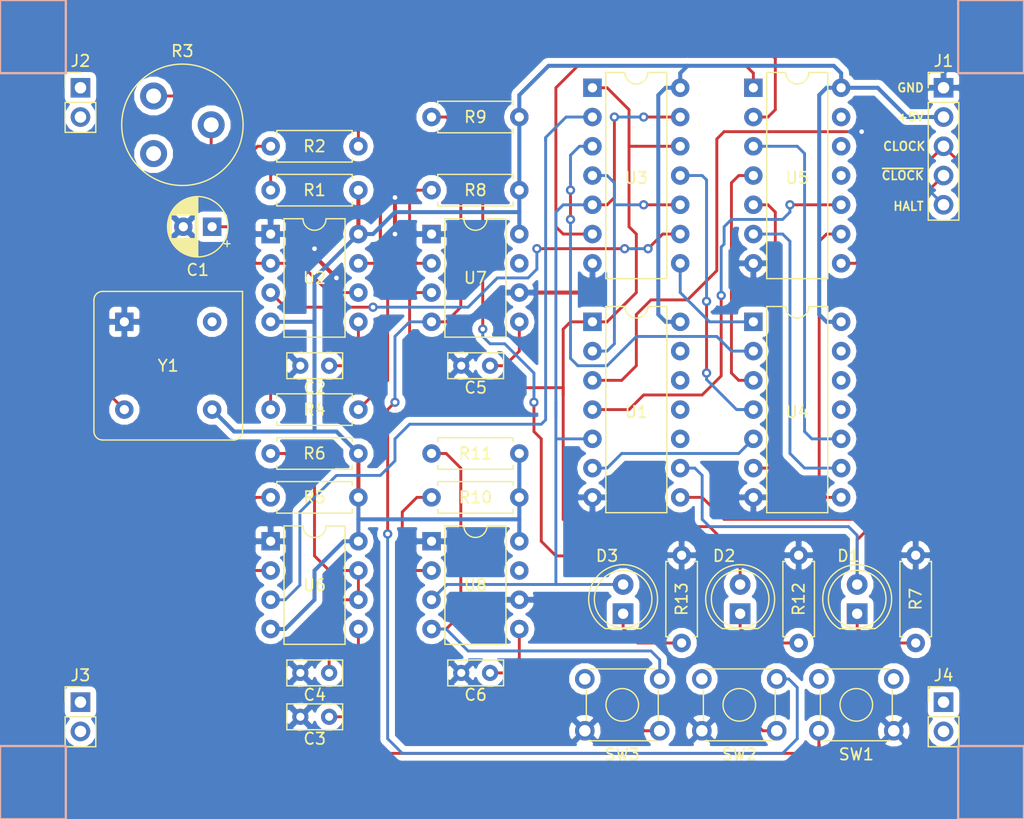
<source format=kicad_pcb>
(kicad_pcb (version 20171130) (host pcbnew 5.0.2+dfsg1-1)
  (layers (0 F.Cu signal) (31 B.Cu signal) (34 B.Paste user hide) (35 F.Paste user hide) (36 B.SilkS user hide) (37 F.SilkS user) (38 B.Mask user hide) (39 F.Mask user hide) (44 Edge.Cuts user hide))
  (net 0 "")
  (net 1 "Net-(D3-Pad1)")
  (net 2 GND)
  (net 3 "Net-(D1-Pad1)")
  (net 4 "Net-(R3-Pad1)")
  (net 5 "Net-(R1-Pad1)")
  (net 6 "Net-(R2-Pad2)")
  (net 7 "Net-(C1-Pad1)")
  (net 8 +5V)
  (net 9 "Net-(C4-Pad1)")
  (net 10 "Net-(D2-Pad1)")
  (net 11 "Net-(R9-Pad1)")
  (net 12 "Net-(R10-Pad1)")
  (net 13 "Net-(R11-Pad1)")
  (net 14 "Net-(C6-Pad1)")
  (net 15 CLK_TURBO_EN)
  (net 16 "Net-(U8-Pad7)")
  (net 17 CLK_VAR)
  (net 18 "Net-(C2-Pad1)")
  (net 19 "Net-(C3-Pad1)")
  (net 20 CLK_MAN)
  (net 21 "Net-(U7-Pad7)")
  (net 22 CLK_MAN_EN)
  (net 23 "Net-(C5-Pad1)")
  (net 24 "Net-(U3-Pad8)")
  (net 25 "Net-(U4-Pad8)")
  (net 26 "Net-(U3-Pad3)")
  (net 27 "Net-(U4-Pad9)")
  (net 28 "Net-(U4-Pad3)")
  (net 29 "Net-(U4-Pad10)")
  (net 30 "Net-(U3-Pad11)")
  (net 31 "Net-(U1-Pad6)")
  (net 32 "Net-(U4-Pad6)")
  (net 33 "Net-(U1-Pad4)")
  (net 34 CLK_HLT)
  (net 35 CLOCK)
  (net 36 "Net-(U1-Pad2)")
  (net 37 ~CLOCK)
  (net 38 "Net-(U3-Pad6)")
  (net 39 CLK_TURBO)
  (net 40 "Net-(R5-Pad1)")
  (net 41 "Net-(R8-Pad1)")
  (net 42 "Net-(R3-Pad2)")
  (net 43 "Net-(J4-Pad1)")
  (net 44 "Net-(J4-Pad2)")
  (net 45 "Net-(J3-Pad2)")
  (net 46 "Net-(J3-Pad1)")
  (net 47 "Net-(J2-Pad1)")
  (net 48 "Net-(J2-Pad2)")
  (module Connector_PinHeader_2.54mm:PinHeader_1x02_P2.54mm_Vertical (layer F.Cu) (at 29.21 77.47)
    (fp_text reference J3 (at 0 -2.33) (layer F.SilkS))
    (fp_text value Conn_01x02_Male)
    (pad 2 thru_hole oval (at 0 2.54) (size 1.7 1.7) (drill 1) (layers *.Cu *.Mask) (net 45 "Net-(J3-Pad2)"))
    (pad 1 thru_hole rect (at 0 0) (size 1.7 1.7) (drill 1) (layers *.Cu *.Mask) (net 46 "Net-(J3-Pad1)"))
  )
  (module Connector_PinHeader_2.54mm:PinHeader_1x02_P2.54mm_Vertical (layer F.Cu) (at 29.21 24.13)
    (fp_text reference J2 (at 0 -2.33) (layer F.SilkS))
    (fp_text value Conn_01x02_Male)
    (pad 1 thru_hole rect (at 0 0) (size 1.7 1.7) (drill 1) (layers *.Cu *.Mask) (net 47 "Net-(J2-Pad1)"))
    (pad 2 thru_hole oval (at 0 2.54) (size 1.7 1.7) (drill 1) (layers *.Cu *.Mask) (net 48 "Net-(J2-Pad2)"))
  )
  (module Connector_PinHeader_2.54mm:PinHeader_1x02_P2.54mm_Vertical (layer F.Cu) (at 104.14 77.47)
    (fp_text reference J4 (at 0 -2.33) (layer F.SilkS))
    (fp_text value Conn_01x02_Male)
    (pad 1 thru_hole rect (at 0 0) (size 1.7 1.7) (drill 1) (layers *.Cu *.Mask) (net 43 "Net-(J4-Pad1)"))
    (pad 2 thru_hole oval (at 0 2.54) (size 1.7 1.7) (drill 1) (layers *.Cu *.Mask) (net 44 "Net-(J4-Pad2)"))
  )
  (module Package_DIP:DIP-14_W7.62mm (layer F.Cu) (at 73.66 24.13)
    (fp_text reference U3 (at 3.81 7.83) (layer F.SilkS))
    (fp_text value 74x08)
    (pad 14 thru_hole oval (at 7.62 0) (size 1.6 1.6) (drill 0.8) (layers *.Cu *.Mask) (net 8 +5V))
    (pad 7 thru_hole oval (at 0 15.24) (size 1.6 1.6) (drill 0.8) (layers *.Cu *.Mask) (net 2 GND))
    (pad 13 thru_hole oval (at 7.62 2.54) (size 1.6 1.6) (drill 0.8) (layers *.Cu *.Mask) (net 15 CLK_TURBO_EN))
    (pad 6 thru_hole oval (at 0 12.7) (size 1.6 1.6) (drill 0.8) (layers *.Cu *.Mask) (net 38 "Net-(U3-Pad6)"))
    (pad 12 thru_hole oval (at 7.62 5.08) (size 1.6 1.6) (drill 0.8) (layers *.Cu *.Mask) (net 22 CLK_MAN_EN))
    (pad 5 thru_hole oval (at 0 10.16) (size 1.6 1.6) (drill 0.8) (layers *.Cu *.Mask) (net 15 CLK_TURBO_EN))
    (pad 11 thru_hole oval (at 7.62 7.62) (size 1.6 1.6) (drill 0.8) (layers *.Cu *.Mask) (net 30 "Net-(U3-Pad11)"))
    (pad 4 thru_hole oval (at 0 7.62) (size 1.6 1.6) (drill 0.8) (layers *.Cu *.Mask) (net 36 "Net-(U1-Pad2)"))
    (pad 10 thru_hole oval (at 7.62 10.16) (size 1.6 1.6) (drill 0.8) (layers *.Cu *.Mask) (net 36 "Net-(U1-Pad2)"))
    (pad 3 thru_hole oval (at 0 5.08) (size 1.6 1.6) (drill 0.8) (layers *.Cu *.Mask) (net 26 "Net-(U3-Pad3)"))
    (pad 9 thru_hole oval (at 7.62 12.7) (size 1.6 1.6) (drill 0.8) (layers *.Cu *.Mask) (net 17 CLK_VAR))
    (pad 2 thru_hole oval (at 0 2.54) (size 1.6 1.6) (drill 0.8) (layers *.Cu *.Mask) (net 20 CLK_MAN))
    (pad 8 thru_hole oval (at 7.62 15.24) (size 1.6 1.6) (drill 0.8) (layers *.Cu *.Mask) (net 24 "Net-(U3-Pad8)"))
    (pad 1 thru_hole rect (at 0 0) (size 1.6 1.6) (drill 0.8) (layers *.Cu *.Mask) (net 22 CLK_MAN_EN))
  )
  (module Potentiometer_THT:Potentiometer_Piher_PT-10-V05_Vertical (layer F.Cu) (at 35.56 29.845)
    (fp_text reference R3 (at 2.5 -8.9) (layer F.SilkS))
    (fp_text value 1M)
    (pad 3 thru_hole circle (at 0 -5) (size 2.34 2.34) (drill 1.3) (layers *.Cu *.Mask) (net 6 "Net-(R2-Pad2)"))
    (pad 2 thru_hole circle (at 5 -2.5) (size 2.34 2.34) (drill 1.3) (layers *.Cu *.Mask) (net 42 "Net-(R3-Pad2)"))
    (pad 1 thru_hole circle (at 0 0) (size 2.34 2.34) (drill 1.3) (layers *.Cu *.Mask) (net 4 "Net-(R3-Pad1)"))
  )
  (module Resistor_THT:R_Axial_DIN0207_L6.3mm_D2.5mm_P7.62mm_Horizontal (layer F.Cu) (at 59.69 33.02)
    (fp_text reference R8 (at 3.81 0) (layer F.SilkS))
    (fp_text value 1K)
    (pad 1 thru_hole circle (at 0 0) (size 1.6 1.6) (drill 0.8) (layers *.Cu *.Mask) (net 41 "Net-(R8-Pad1)"))
    (pad 2 thru_hole oval (at 7.62 0) (size 1.6 1.6) (drill 0.8) (layers *.Cu *.Mask) (net 8 +5V))
  )
  (module Package_DIP:DIP-8_W7.62mm (layer F.Cu) (at 45.72 36.83)
    (fp_text reference U2 (at 3.81 3.81) (layer F.SilkS))
    (fp_text value 555)
    (pad 8 thru_hole oval (at 7.62 0) (size 1.6 1.6) (drill 0.8) (layers *.Cu *.Mask) (net 8 +5V))
    (pad 4 thru_hole oval (at 0 7.62) (size 1.6 1.6) (drill 0.8) (layers *.Cu *.Mask) (net 8 +5V))
    (pad 7 thru_hole oval (at 7.62 2.54) (size 1.6 1.6) (drill 0.8) (layers *.Cu *.Mask) (net 5 "Net-(R1-Pad1)"))
    (pad 3 thru_hole oval (at 0 5.08) (size 1.6 1.6) (drill 0.8) (layers *.Cu *.Mask) (net 17 CLK_VAR))
    (pad 6 thru_hole oval (at 7.62 5.08) (size 1.6 1.6) (drill 0.8) (layers *.Cu *.Mask) (net 7 "Net-(C1-Pad1)"))
    (pad 2 thru_hole oval (at 0 2.54) (size 1.6 1.6) (drill 0.8) (layers *.Cu *.Mask) (net 7 "Net-(C1-Pad1)"))
    (pad 5 thru_hole oval (at 7.62 7.62) (size 1.6 1.6) (drill 0.8) (layers *.Cu *.Mask) (net 18 "Net-(C2-Pad1)"))
    (pad 1 thru_hole rect (at 0 0) (size 1.6 1.6) (drill 0.8) (layers *.Cu *.Mask) (net 2 GND))
  )
  (module LED_THT:LED_D5.0mm (layer F.Cu) (at 76.322448 69.792384 90)
    (fp_text reference D3 (at 5.022384 -1.392448 180) (layer F.SilkS))
    (fp_text value LED)
    (pad 1 thru_hole rect (at 0 0 90) (size 1.8 1.8) (drill 0.9) (layers *.Cu *.Mask) (net 1 "Net-(D3-Pad1)"))
    (pad 2 thru_hole circle (at 2.54 0 90) (size 1.8 1.8) (drill 0.9) (layers *.Cu *.Mask) (net 15 CLK_TURBO_EN))
  )
  (module Resistor_THT:R_Axial_DIN0207_L6.3mm_D2.5mm_P7.62mm_Horizontal (layer F.Cu) (at 81.402448 72.332384 90)
    (fp_text reference R13 (at 3.81 0 90) (layer F.SilkS))
    (fp_text value 330)
    (pad 1 thru_hole circle (at 0 0 90) (size 1.6 1.6) (drill 0.8) (layers *.Cu *.Mask) (net 1 "Net-(D3-Pad1)"))
    (pad 2 thru_hole oval (at 7.62 0 90) (size 1.6 1.6) (drill 0.8) (layers *.Cu *.Mask) (net 2 GND))
  )
  (module Resistor_THT:R_Axial_DIN0207_L6.3mm_D2.5mm_P7.62mm_Horizontal (layer F.Cu) (at 91.562448 72.332384 90)
    (fp_text reference R12 (at 3.81 0 -90) (layer F.SilkS))
    (fp_text value 330)
    (pad 1 thru_hole circle (at 0 0 90) (size 1.6 1.6) (drill 0.8) (layers *.Cu *.Mask) (net 10 "Net-(D2-Pad1)"))
    (pad 2 thru_hole oval (at 7.62 0 90) (size 1.6 1.6) (drill 0.8) (layers *.Cu *.Mask) (net 2 GND))
  )
  (module Resistor_THT:R_Axial_DIN0207_L6.3mm_D2.5mm_P7.62mm_Horizontal (layer F.Cu) (at 59.69 55.88)
    (fp_text reference R11 (at 3.81 0) (layer F.SilkS))
    (fp_text value 1K)
    (pad 2 thru_hole oval (at 7.62 0) (size 1.6 1.6) (drill 0.8) (layers *.Cu *.Mask) (net 8 +5V))
    (pad 1 thru_hole circle (at 0 0) (size 1.6 1.6) (drill 0.8) (layers *.Cu *.Mask) (net 13 "Net-(R11-Pad1)"))
  )
  (module Resistor_THT:R_Axial_DIN0207_L6.3mm_D2.5mm_P7.62mm_Horizontal (layer F.Cu) (at 59.69 59.69)
    (fp_text reference R10 (at 3.81 0) (layer F.SilkS))
    (fp_text value 1K)
    (pad 1 thru_hole circle (at 0 0) (size 1.6 1.6) (drill 0.8) (layers *.Cu *.Mask) (net 12 "Net-(R10-Pad1)"))
    (pad 2 thru_hole oval (at 7.62 0) (size 1.6 1.6) (drill 0.8) (layers *.Cu *.Mask) (net 8 +5V))
  )
  (module Resistor_THT:R_Axial_DIN0207_L6.3mm_D2.5mm_P7.62mm_Horizontal (layer F.Cu) (at 59.69 26.67)
    (fp_text reference R9 (at 3.81 0) (layer F.SilkS))
    (fp_text value 1K)
    (pad 2 thru_hole oval (at 7.62 0) (size 1.6 1.6) (drill 0.8) (layers *.Cu *.Mask) (net 8 +5V))
    (pad 1 thru_hole circle (at 0 0) (size 1.6 1.6) (drill 0.8) (layers *.Cu *.Mask) (net 11 "Net-(R9-Pad1)"))
  )
  (module Resistor_THT:R_Axial_DIN0207_L6.3mm_D2.5mm_P7.62mm_Horizontal (layer F.Cu) (at 101.722448 72.332384 90)
    (fp_text reference R7 (at 3.81 0 90) (layer F.SilkS))
    (fp_text value 330)
    (pad 2 thru_hole oval (at 7.62 0 90) (size 1.6 1.6) (drill 0.8) (layers *.Cu *.Mask) (net 2 GND))
    (pad 1 thru_hole circle (at 0 0 90) (size 1.6 1.6) (drill 0.8) (layers *.Cu *.Mask) (net 3 "Net-(D1-Pad1)"))
  )
  (module Resistor_THT:R_Axial_DIN0207_L6.3mm_D2.5mm_P7.62mm_Horizontal (layer F.Cu) (at 53.34 55.88 180)
    (fp_text reference R6 (at 3.81 0 180) (layer F.SilkS))
    (fp_text value 1M)
    (pad 1 thru_hole circle (at 0 0 180) (size 1.6 1.6) (drill 0.8) (layers *.Cu *.Mask) (net 8 +5V))
    (pad 2 thru_hole oval (at 7.62 0 180) (size 1.6 1.6) (drill 0.8) (layers *.Cu *.Mask) (net 9 "Net-(C4-Pad1)"))
  )
  (module Resistor_THT:R_Axial_DIN0207_L6.3mm_D2.5mm_P7.62mm_Horizontal (layer F.Cu) (at 45.72 33.02)
    (fp_text reference R1 (at 3.81 0) (layer F.SilkS))
    (fp_text value 1K)
    (pad 2 thru_hole oval (at 7.62 0) (size 1.6 1.6) (drill 0.8) (layers *.Cu *.Mask) (net 8 +5V))
    (pad 1 thru_hole circle (at 0 0) (size 1.6 1.6) (drill 0.8) (layers *.Cu *.Mask) (net 5 "Net-(R1-Pad1)"))
  )
  (module Resistor_THT:R_Axial_DIN0207_L6.3mm_D2.5mm_P7.62mm_Horizontal (layer F.Cu) (at 45.72 29.21)
    (fp_text reference R2 (at 3.81 0) (layer F.SilkS))
    (fp_text value 47K)
    (pad 1 thru_hole circle (at 0 0) (size 1.6 1.6) (drill 0.8) (layers *.Cu *.Mask) (net 7 "Net-(C1-Pad1)"))
    (pad 2 thru_hole oval (at 7.62 0) (size 1.6 1.6) (drill 0.8) (layers *.Cu *.Mask) (net 6 "Net-(R2-Pad2)"))
  )
  (module Resistor_THT:R_Axial_DIN0207_L6.3mm_D2.5mm_P7.62mm_Horizontal (layer F.Cu) (at 53.34 52.07 180)
    (fp_text reference R4 (at 3.81 0 180) (layer F.SilkS))
    (fp_text value 1K)
    (pad 2 thru_hole oval (at 7.62 0 180) (size 1.6 1.6) (drill 0.8) (layers *.Cu *.Mask) (net 42 "Net-(R3-Pad2)"))
    (pad 1 thru_hole circle (at 0 0 180) (size 1.6 1.6) (drill 0.8) (layers *.Cu *.Mask) (net 5 "Net-(R1-Pad1)"))
  )
  (module Resistor_THT:R_Axial_DIN0207_L6.3mm_D2.5mm_P7.62mm_Horizontal (layer F.Cu) (at 45.72 59.69)
    (fp_text reference R5 (at 3.81 0) (layer F.SilkS))
    (fp_text value 1K)
    (pad 1 thru_hole circle (at 0 0) (size 1.6 1.6) (drill 0.8) (layers *.Cu *.Mask) (net 40 "Net-(R5-Pad1)"))
    (pad 2 thru_hole oval (at 7.62 0) (size 1.6 1.6) (drill 0.8) (layers *.Cu *.Mask) (net 8 +5V))
  )
  (module Capacitor_THT:C_Rect_L4.6mm_W2.0mm_P2.50mm_MKS02_FKP02 (layer F.Cu) (at 50.8 48.26 180)
    (fp_text reference C2 (at 1.25 -1.905 180) (layer F.SilkS))
    (fp_text value 10nF)
    (pad 1 thru_hole circle (at 0 0 180) (size 1.4 1.4) (drill 0.7) (layers *.Cu *.Mask) (net 18 "Net-(C2-Pad1)"))
    (pad 2 thru_hole circle (at 2.5 0 180) (size 1.4 1.4) (drill 0.7) (layers *.Cu *.Mask) (net 2 GND))
  )
  (module Capacitor_THT:C_Rect_L4.6mm_W2.0mm_P2.50mm_MKS02_FKP02 (layer F.Cu) (at 64.77 48.26 180)
    (fp_text reference C5 (at 1.25 -1.905 180) (layer F.SilkS))
    (fp_text value 10nF)
    (pad 2 thru_hole circle (at 2.5 0 180) (size 1.4 1.4) (drill 0.7) (layers *.Cu *.Mask) (net 2 GND))
    (pad 1 thru_hole circle (at 0 0 180) (size 1.4 1.4) (drill 0.7) (layers *.Cu *.Mask) (net 23 "Net-(C5-Pad1)"))
  )
  (module Capacitor_THT:C_Rect_L4.6mm_W2.0mm_P2.50mm_MKS02_FKP02 (layer F.Cu) (at 50.8 74.93 180)
    (fp_text reference C4 (at 1.25 -1.905 180) (layer F.SilkS))
    (fp_text value 100nF)
    (pad 1 thru_hole circle (at 0 0 180) (size 1.4 1.4) (drill 0.7) (layers *.Cu *.Mask) (net 9 "Net-(C4-Pad1)"))
    (pad 2 thru_hole circle (at 2.5 0 180) (size 1.4 1.4) (drill 0.7) (layers *.Cu *.Mask) (net 2 GND))
  )
  (module Capacitor_THT:C_Rect_L4.6mm_W2.0mm_P2.50mm_MKS02_FKP02 (layer F.Cu) (at 50.8 78.74 180)
    (fp_text reference C3 (at 1.25 -1.905 180) (layer F.SilkS))
    (fp_text value 10nF)
    (pad 2 thru_hole circle (at 2.5 0 180) (size 1.4 1.4) (drill 0.7) (layers *.Cu *.Mask) (net 2 GND))
    (pad 1 thru_hole circle (at 0 0 180) (size 1.4 1.4) (drill 0.7) (layers *.Cu *.Mask) (net 19 "Net-(C3-Pad1)"))
  )
  (module Capacitor_THT:C_Rect_L4.6mm_W2.0mm_P2.50mm_MKS02_FKP02 (layer F.Cu) (at 64.77 74.93 180)
    (fp_text reference C6 (at 1.25 -1.905 180) (layer F.SilkS))
    (fp_text value 10nF)
    (pad 1 thru_hole circle (at 0 0 180) (size 1.4 1.4) (drill 0.7) (layers *.Cu *.Mask) (net 14 "Net-(C6-Pad1)"))
    (pad 2 thru_hole circle (at 2.5 0 180) (size 1.4 1.4) (drill 0.7) (layers *.Cu *.Mask) (net 2 GND))
  )
  (module Package_DIP:DIP-8_W7.62mm (layer F.Cu) (at 45.72 63.5)
    (fp_text reference U6 (at 3.81 3.81) (layer F.SilkS))
    (fp_text value 555)
    (pad 1 thru_hole rect (at 0 0) (size 1.6 1.6) (drill 0.8) (layers *.Cu *.Mask) (net 2 GND))
    (pad 5 thru_hole oval (at 7.62 7.62) (size 1.6 1.6) (drill 0.8) (layers *.Cu *.Mask) (net 19 "Net-(C3-Pad1)"))
    (pad 2 thru_hole oval (at 0 2.54) (size 1.6 1.6) (drill 0.8) (layers *.Cu *.Mask) (net 40 "Net-(R5-Pad1)"))
    (pad 6 thru_hole oval (at 7.62 5.08) (size 1.6 1.6) (drill 0.8) (layers *.Cu *.Mask) (net 9 "Net-(C4-Pad1)"))
    (pad 3 thru_hole oval (at 0 5.08) (size 1.6 1.6) (drill 0.8) (layers *.Cu *.Mask) (net 20 CLK_MAN))
    (pad 7 thru_hole oval (at 7.62 2.54) (size 1.6 1.6) (drill 0.8) (layers *.Cu *.Mask) (net 9 "Net-(C4-Pad1)"))
    (pad 4 thru_hole oval (at 0 7.62) (size 1.6 1.6) (drill 0.8) (layers *.Cu *.Mask) (net 8 +5V))
    (pad 8 thru_hole oval (at 7.62 0) (size 1.6 1.6) (drill 0.8) (layers *.Cu *.Mask) (net 8 +5V))
  )
  (module 74xx-Computer-Footprints:Oscillator_DIP-8_v2 (layer F.Cu) (at 40.64 44.45 180)
    (fp_text reference Y1 (at 3.81 -3.81 180) (layer F.SilkS))
    (fp_text value "1 MHz")
    (pad 4 thru_hole circle (at 0 0 180) (size 1.6 1.6) (drill 0.8) (layers *.Cu *.Mask))
    (pad 1 thru_hole circle (at 0 -7.62 180) (size 1.6 1.6) (drill 0.8) (layers *.Cu *.Mask) (net 8 +5V))
    (pad 3 thru_hole circle (at 7.62 -7.62 180) (size 1.6 1.6) (drill 0.8) (layers *.Cu *.Mask) (net 39 CLK_TURBO))
    (pad 2 thru_hole rect (at 7.62 0 180) (size 1.6 1.6) (drill 0.8) (layers *.Cu *.Mask) (net 2 GND))
  )
  (module Button_Switch_THT:SW_TH_Tactile_Omron_B3F-10xx (layer F.Cu) (at 99.817448 79.952384 180)
    (fp_text reference SW1 (at 3.25 -2.05 180) (layer F.SilkS))
    (fp_text value SW_Push)
    (pad 4 thru_hole circle (at 6.5 4.5 180) (size 1.7 1.7) (drill 1) (layers *.Cu *.Mask))
    (pad 3 thru_hole circle (at 0 4.5 180) (size 1.7 1.7) (drill 1) (layers *.Cu *.Mask))
    (pad 2 thru_hole circle (at 6.5 0 180) (size 1.7 1.7) (drill 1) (layers *.Cu *.Mask) (net 40 "Net-(R5-Pad1)"))
    (pad 1 thru_hole circle (at 0 0 180) (size 1.7 1.7) (drill 1) (layers *.Cu *.Mask) (net 2 GND))
  )
  (module Button_Switch_THT:SW_TH_Tactile_Omron_B3F-10xx (layer F.Cu) (at 89.657448 79.952384 180)
    (fp_text reference SW2 (at 3.25 -2.05 180) (layer F.SilkS))
    (fp_text value SW_Push_SPDT)
    (pad 1 thru_hole circle (at 0 0 180) (size 1.7 1.7) (drill 1) (layers *.Cu *.Mask) (net 41 "Net-(R8-Pad1)"))
    (pad 2 thru_hole circle (at 6.5 0 180) (size 1.7 1.7) (drill 1) (layers *.Cu *.Mask) (net 2 GND))
    (pad 3 thru_hole circle (at 0 4.5 180) (size 1.7 1.7) (drill 1) (layers *.Cu *.Mask) (net 11 "Net-(R9-Pad1)"))
    (pad 4 thru_hole circle (at 6.5 4.5 180) (size 1.7 1.7) (drill 1) (layers *.Cu *.Mask))
  )
  (module Button_Switch_THT:SW_TH_Tactile_Omron_B3F-10xx (layer F.Cu) (at 79.497448 79.952384 180)
    (fp_text reference SW3 (at 3.25 -2.05 180) (layer F.SilkS))
    (fp_text value SW_Push_SPDT)
    (pad 4 thru_hole circle (at 6.5 4.5 180) (size 1.7 1.7) (drill 1) (layers *.Cu *.Mask))
    (pad 3 thru_hole circle (at 0 4.5 180) (size 1.7 1.7) (drill 1) (layers *.Cu *.Mask) (net 13 "Net-(R11-Pad1)"))
    (pad 2 thru_hole circle (at 6.5 0 180) (size 1.7 1.7) (drill 1) (layers *.Cu *.Mask) (net 2 GND))
    (pad 1 thru_hole circle (at 0 0 180) (size 1.7 1.7) (drill 1) (layers *.Cu *.Mask) (net 12 "Net-(R10-Pad1)"))
  )
  (module Capacitor_THT:CP_Radial_D5.0mm_P2.50mm (layer F.Cu) (at 40.64 36.195 180)
    (fp_text reference C1 (at 1.25 -3.75 180) (layer F.SilkS))
    (fp_text value 1uF)
    (pad 1 thru_hole rect (at 0 0 180) (size 1.6 1.6) (drill 0.8) (layers *.Cu *.Mask) (net 7 "Net-(C1-Pad1)"))
    (pad 2 thru_hole circle (at 2.5 0 180) (size 1.6 1.6) (drill 0.8) (layers *.Cu *.Mask) (net 2 GND))
  )
  (module Connector_PinHeader_2.54mm:PinHeader_1x05_P2.54mm_Vertical (layer F.Cu) (at 104.14 24.13)
    (fp_text reference J1 (at 0 -2.33) (layer F.SilkS))
    (fp_text value Conn_01x05_Male)
    (pad 1 thru_hole rect (at 0 0) (size 1.7 1.7) (drill 1) (layers *.Cu *.Mask) (net 2 GND))
    (pad 2 thru_hole oval (at 0 2.54) (size 1.7 1.7) (drill 1) (layers *.Cu *.Mask) (net 8 +5V))
    (pad 3 thru_hole oval (at 0 5.08) (size 1.7 1.7) (drill 1) (layers *.Cu *.Mask) (net 35 CLOCK))
    (pad 4 thru_hole oval (at 0 7.62) (size 1.7 1.7) (drill 1) (layers *.Cu *.Mask) (net 37 ~CLOCK))
    (pad 5 thru_hole oval (at 0 10.16) (size 1.7 1.7) (drill 1) (layers *.Cu *.Mask) (net 34 CLK_HLT))
  )
  (module LED_THT:LED_D5.0mm (layer F.Cu) (at 96.642448 69.792384 90)
    (fp_text reference D1 (at 5.022384 -0.757448 180) (layer F.SilkS))
    (fp_text value LED)
    (pad 2 thru_hole circle (at 2.54 0 90) (size 1.8 1.8) (drill 0.9) (layers *.Cu *.Mask) (net 35 CLOCK))
    (pad 1 thru_hole rect (at 0 0 90) (size 1.8 1.8) (drill 0.9) (layers *.Cu *.Mask) (net 3 "Net-(D1-Pad1)"))
  )
  (module LED_THT:LED_D5.0mm (layer F.Cu) (at 86.482448 69.792384 90)
    (fp_text reference D2 (at 5.022384 -1.392448 180) (layer F.SilkS))
    (fp_text value LED)
    (pad 1 thru_hole rect (at 0 0 90) (size 1.8 1.8) (drill 0.9) (layers *.Cu *.Mask) (net 10 "Net-(D2-Pad1)"))
    (pad 2 thru_hole circle (at 2.54 0 90) (size 1.8 1.8) (drill 0.9) (layers *.Cu *.Mask) (net 22 CLK_MAN_EN))
  )
  (module Package_DIP:DIP-14_W7.62mm (layer F.Cu) (at 87.63 24.13)
    (fp_text reference U5 (at 3.81 7.83) (layer F.SilkS))
    (fp_text value 74x08)
    (pad 1 thru_hole rect (at 0 0) (size 1.6 1.6) (drill 0.8) (layers *.Cu *.Mask) (net 38 "Net-(U3-Pad6)"))
    (pad 8 thru_hole oval (at 7.62 15.24) (size 1.6 1.6) (drill 0.8) (layers *.Cu *.Mask) (net 35 CLOCK))
    (pad 2 thru_hole oval (at 0 2.54) (size 1.6 1.6) (drill 0.8) (layers *.Cu *.Mask) (net 39 CLK_TURBO))
    (pad 9 thru_hole oval (at 7.62 12.7) (size 1.6 1.6) (drill 0.8) (layers *.Cu *.Mask) (net 25 "Net-(U4-Pad8)"))
    (pad 3 thru_hole oval (at 0 5.08) (size 1.6 1.6) (drill 0.8) (layers *.Cu *.Mask) (net 29 "Net-(U4-Pad10)"))
    (pad 10 thru_hole oval (at 7.62 10.16) (size 1.6 1.6) (drill 0.8) (layers *.Cu *.Mask) (net 33 "Net-(U1-Pad4)"))
    (pad 4 thru_hole oval (at 0 7.62) (size 1.6 1.6) (drill 0.8) (layers *.Cu *.Mask) (net 28 "Net-(U4-Pad3)"))
    (pad 11 thru_hole oval (at 7.62 7.62) (size 1.6 1.6) (drill 0.8) (layers *.Cu *.Mask))
    (pad 5 thru_hole oval (at 0 10.16) (size 1.6 1.6) (drill 0.8) (layers *.Cu *.Mask) (net 32 "Net-(U4-Pad6)"))
    (pad 12 thru_hole oval (at 7.62 5.08) (size 1.6 1.6) (drill 0.8) (layers *.Cu *.Mask))
    (pad 6 thru_hole oval (at 0 12.7) (size 1.6 1.6) (drill 0.8) (layers *.Cu *.Mask) (net 27 "Net-(U4-Pad9)"))
    (pad 13 thru_hole oval (at 7.62 2.54) (size 1.6 1.6) (drill 0.8) (layers *.Cu *.Mask))
    (pad 7 thru_hole oval (at 0 15.24) (size 1.6 1.6) (drill 0.8) (layers *.Cu *.Mask) (net 2 GND))
    (pad 14 thru_hole oval (at 7.62 0) (size 1.6 1.6) (drill 0.8) (layers *.Cu *.Mask) (net 8 +5V))
  )
  (module Package_DIP:DIP-14_W7.62mm (layer F.Cu) (at 73.66 44.45)
    (fp_text reference U1 (at 3.81 7.83) (layer F.SilkS))
    (fp_text value 74x04)
    (pad 14 thru_hole oval (at 7.62 0) (size 1.6 1.6) (drill 0.8) (layers *.Cu *.Mask) (net 8 +5V))
    (pad 7 thru_hole oval (at 0 15.24) (size 1.6 1.6) (drill 0.8) (layers *.Cu *.Mask) (net 2 GND))
    (pad 13 thru_hole oval (at 7.62 2.54) (size 1.6 1.6) (drill 0.8) (layers *.Cu *.Mask))
    (pad 6 thru_hole oval (at 0 12.7) (size 1.6 1.6) (drill 0.8) (layers *.Cu *.Mask) (net 31 "Net-(U1-Pad6)"))
    (pad 12 thru_hole oval (at 7.62 5.08) (size 1.6 1.6) (drill 0.8) (layers *.Cu *.Mask))
    (pad 5 thru_hole oval (at 0 10.16) (size 1.6 1.6) (drill 0.8) (layers *.Cu *.Mask) (net 15 CLK_TURBO_EN))
    (pad 11 thru_hole oval (at 7.62 7.62) (size 1.6 1.6) (drill 0.8) (layers *.Cu *.Mask))
    (pad 4 thru_hole oval (at 0 7.62) (size 1.6 1.6) (drill 0.8) (layers *.Cu *.Mask) (net 33 "Net-(U1-Pad4)"))
    (pad 10 thru_hole oval (at 7.62 10.16) (size 1.6 1.6) (drill 0.8) (layers *.Cu *.Mask))
    (pad 3 thru_hole oval (at 0 5.08) (size 1.6 1.6) (drill 0.8) (layers *.Cu *.Mask) (net 34 CLK_HLT))
    (pad 9 thru_hole oval (at 7.62 12.7) (size 1.6 1.6) (drill 0.8) (layers *.Cu *.Mask) (net 35 CLOCK))
    (pad 2 thru_hole oval (at 0 2.54) (size 1.6 1.6) (drill 0.8) (layers *.Cu *.Mask) (net 36 "Net-(U1-Pad2)"))
    (pad 8 thru_hole oval (at 7.62 15.24) (size 1.6 1.6) (drill 0.8) (layers *.Cu *.Mask) (net 37 ~CLOCK))
    (pad 1 thru_hole rect (at 0 0) (size 1.6 1.6) (drill 0.8) (layers *.Cu *.Mask) (net 22 CLK_MAN_EN))
  )
  (module Package_DIP:DIP-14_W7.62mm (layer F.Cu) (at 87.63 44.45)
    (fp_text reference U4 (at 3.81 7.83) (layer F.SilkS))
    (fp_text value 74x32)
    (pad 1 thru_hole rect (at 0 0) (size 1.6 1.6) (drill 0.8) (layers *.Cu *.Mask) (net 24 "Net-(U3-Pad8)"))
    (pad 8 thru_hole oval (at 7.62 15.24) (size 1.6 1.6) (drill 0.8) (layers *.Cu *.Mask) (net 25 "Net-(U4-Pad8)"))
    (pad 2 thru_hole oval (at 0 2.54) (size 1.6 1.6) (drill 0.8) (layers *.Cu *.Mask) (net 26 "Net-(U3-Pad3)"))
    (pad 9 thru_hole oval (at 7.62 12.7) (size 1.6 1.6) (drill 0.8) (layers *.Cu *.Mask) (net 27 "Net-(U4-Pad9)"))
    (pad 3 thru_hole oval (at 0 5.08) (size 1.6 1.6) (drill 0.8) (layers *.Cu *.Mask) (net 28 "Net-(U4-Pad3)"))
    (pad 10 thru_hole oval (at 7.62 10.16) (size 1.6 1.6) (drill 0.8) (layers *.Cu *.Mask) (net 29 "Net-(U4-Pad10)"))
    (pad 4 thru_hole oval (at 0 7.62) (size 1.6 1.6) (drill 0.8) (layers *.Cu *.Mask) (net 30 "Net-(U3-Pad11)"))
    (pad 11 thru_hole oval (at 7.62 7.62) (size 1.6 1.6) (drill 0.8) (layers *.Cu *.Mask))
    (pad 5 thru_hole oval (at 0 10.16) (size 1.6 1.6) (drill 0.8) (layers *.Cu *.Mask) (net 31 "Net-(U1-Pad6)"))
    (pad 12 thru_hole oval (at 7.62 5.08) (size 1.6 1.6) (drill 0.8) (layers *.Cu *.Mask))
    (pad 6 thru_hole oval (at 0 12.7) (size 1.6 1.6) (drill 0.8) (layers *.Cu *.Mask) (net 32 "Net-(U4-Pad6)"))
    (pad 13 thru_hole oval (at 7.62 2.54) (size 1.6 1.6) (drill 0.8) (layers *.Cu *.Mask))
    (pad 7 thru_hole oval (at 0 15.24) (size 1.6 1.6) (drill 0.8) (layers *.Cu *.Mask) (net 2 GND))
    (pad 14 thru_hole oval (at 7.62 0) (size 1.6 1.6) (drill 0.8) (layers *.Cu *.Mask) (net 8 +5V))
  )
  (module Package_DIP:DIP-8_W7.62mm (layer F.Cu) (at 59.69 36.83)
    (fp_text reference U7 (at 3.81 3.81) (layer F.SilkS))
    (fp_text value 555)
    (pad 8 thru_hole oval (at 7.62 0) (size 1.6 1.6) (drill 0.8) (layers *.Cu *.Mask) (net 8 +5V))
    (pad 4 thru_hole oval (at 0 7.62) (size 1.6 1.6) (drill 0.8) (layers *.Cu *.Mask) (net 11 "Net-(R9-Pad1)"))
    (pad 7 thru_hole oval (at 7.62 2.54) (size 1.6 1.6) (drill 0.8) (layers *.Cu *.Mask) (net 21 "Net-(U7-Pad7)"))
    (pad 3 thru_hole oval (at 0 5.08) (size 1.6 1.6) (drill 0.8) (layers *.Cu *.Mask) (net 22 CLK_MAN_EN))
    (pad 6 thru_hole oval (at 7.62 5.08) (size 1.6 1.6) (drill 0.8) (layers *.Cu *.Mask) (net 2 GND))
    (pad 2 thru_hole oval (at 0 2.54) (size 1.6 1.6) (drill 0.8) (layers *.Cu *.Mask) (net 41 "Net-(R8-Pad1)"))
    (pad 5 thru_hole oval (at 7.62 7.62) (size 1.6 1.6) (drill 0.8) (layers *.Cu *.Mask) (net 23 "Net-(C5-Pad1)"))
    (pad 1 thru_hole rect (at 0 0) (size 1.6 1.6) (drill 0.8) (layers *.Cu *.Mask) (net 2 GND))
  )
  (module Package_DIP:DIP-8_W7.62mm (layer F.Cu) (at 59.69 63.5)
    (fp_text reference U8 (at 3.81 3.81) (layer F.SilkS))
    (fp_text value 555)
    (pad 1 thru_hole rect (at 0 0) (size 1.6 1.6) (drill 0.8) (layers *.Cu *.Mask) (net 2 GND))
    (pad 5 thru_hole oval (at 7.62 7.62) (size 1.6 1.6) (drill 0.8) (layers *.Cu *.Mask) (net 14 "Net-(C6-Pad1)"))
    (pad 2 thru_hole oval (at 0 2.54) (size 1.6 1.6) (drill 0.8) (layers *.Cu *.Mask) (net 12 "Net-(R10-Pad1)"))
    (pad 6 thru_hole oval (at 7.62 5.08) (size 1.6 1.6) (drill 0.8) (layers *.Cu *.Mask) (net 2 GND))
    (pad 3 thru_hole oval (at 0 5.08) (size 1.6 1.6) (drill 0.8) (layers *.Cu *.Mask) (net 15 CLK_TURBO_EN))
    (pad 7 thru_hole oval (at 7.62 2.54) (size 1.6 1.6) (drill 0.8) (layers *.Cu *.Mask) (net 16 "Net-(U8-Pad7)"))
    (pad 4 thru_hole oval (at 0 7.62) (size 1.6 1.6) (drill 0.8) (layers *.Cu *.Mask) (net 13 "Net-(R11-Pad1)"))
    (pad 8 thru_hole oval (at 7.62 0) (size 1.6 1.6) (drill 0.8) (layers *.Cu *.Mask) (net 8 +5V))
  )
  (gr_text ~CLOCK (at 98.679 31.75) (layer F.SilkS) (effects (font (size 0.75 0.75)) (justify left)))
  (gr_text CLOCK (at 98.806 29.21) (layer F.SilkS) (effects (font (size 0.75 0.75)) (justify left)))
  (gr_text HALT (at 99.695 34.417) (layer F.SilkS) (effects (font (size 0.75 0.75)) (justify left)))
  (gr_text +5V (at 100.036143 26.67) (layer F.SilkS) (effects (font (size 0.75 0.75)) (justify left)))
  (gr_text GND (at 100.036143 24.13) (layer F.SilkS) (effects (font (size 0.75 0.75)) (justify left)))
  (gr_line (start 27.94 16.51) (end 22.225 16.51) (layer B.SilkS) (width 0.2))
  (gr_line (start 22.225 16.51) (end 22.225 22.86) (layer B.SilkS) (width 0.2))
  (gr_line (start 27.94 22.86) (end 27.94 16.51) (layer B.SilkS) (width 0.2))
  (gr_line (start 22.225 22.86) (end 27.94 22.86) (layer B.SilkS) (width 0.2))
  (gr_line (start 27.94 87.63) (end 27.94 81.28) (layer B.SilkS) (width 0.2))
  (gr_line (start 22.225 81.28) (end 22.225 87.63) (layer B.SilkS) (width 0.2))
  (gr_line (start 27.94 81.28) (end 22.225 81.28) (layer B.SilkS) (width 0.2))
  (gr_line (start 22.225 87.63) (end 27.94 87.63) (layer B.SilkS) (width 0.2))
  (gr_line (start 105.41 87.63) (end 111.125 87.63) (layer B.SilkS) (width 0.2))
  (gr_line (start 111.125 87.63) (end 111.125 81.28) (layer B.SilkS) (width 0.2))
  (gr_line (start 111.125 81.28) (end 105.41 81.28) (layer B.SilkS) (width 0.2))
  (gr_line (start 105.41 81.28) (end 105.41 87.63) (layer B.SilkS) (width 0.2))
  (gr_line (start 105.41 16.51) (end 105.41 22.86) (layer B.SilkS) (width 0.2))
  (gr_line (start 111.125 16.51) (end 105.41 16.51) (layer B.SilkS) (width 0.2))
  (gr_line (start 111.125 22.86) (end 111.125 16.51) (layer B.SilkS) (width 0.2))
  (gr_line (start 105.41 22.86) (end 111.125 22.86) (layer B.SilkS) (width 0.2))
  (segment (start 81.402448 72.332384) (end 77.592448 72.332384) (width 0.25) (layer F.Cu) (net 1))
  (segment (start 76.322448 69.792384) (end 76.322448 71.062384) (width 0.25) (layer F.Cu) (net 1))
  (segment (start 76.322448 71.062384) (end 77.592448 72.332384) (width 0.25) (layer F.Cu) (net 1))
  (via (at 56.515 36.83) (size 0.8) (drill 0.4) (layers F.Cu B.Cu) (net 2))
  (segment (start 67.31 41.91) (end 73.025 41.91) (width 0.35) (layer F.Cu) (net 2))
  (segment (start 73.66 41.275) (end 73.66 39.37) (width 0.35) (layer F.Cu) (net 2))
  (segment (start 73.025 41.91) (end 73.66 41.275) (width 0.35) (layer F.Cu) (net 2))
  (via (at 56.515 33.655) (size 0.8) (drill 0.4) (layers F.Cu B.Cu) (net 2))
  (segment (start 56.515 36.83) (end 59.69 36.83) (width 0.35) (layer B.Cu) (net 2))
  (segment (start 56.515 36.83) (end 56.515 33.655) (width 0.35) (layer F.Cu) (net 2))
  (via (at 51.435 40.64) (size 0.8) (drill 0.4) (layers F.Cu B.Cu) (net 2))
  (via (at 49.53 38.1) (size 0.8) (drill 0.4) (layers F.Cu B.Cu) (net 2))
  (segment (start 49.53 38.735) (end 51.435 40.64) (width 0.35) (layer F.Cu) (net 2))
  (segment (start 49.53 38.1) (end 49.53 38.735) (width 0.35) (layer F.Cu) (net 2))
  (segment (start 101.722448 72.332384) (end 97.912448 72.332384) (width 0.25) (layer F.Cu) (net 3))
  (segment (start 96.642448 69.792384) (end 96.642448 71.062384) (width 0.25) (layer F.Cu) (net 3))
  (segment (start 96.642448 71.062384) (end 97.912448 72.332384) (width 0.25) (layer F.Cu) (net 3))
  (segment (start 55.245 31.75) (end 55.245 36.83) (width 0.25) (layer F.Cu) (net 5))
  (segment (start 45.72 33.02) (end 45.72 31.75) (width 0.25) (layer F.Cu) (net 5))
  (segment (start 53.34 39.37) (end 55.245 39.37) (width 0.25) (layer F.Cu) (net 5))
  (segment (start 55.245 39.37) (end 55.245 36.83) (width 0.25) (layer F.Cu) (net 5))
  (segment (start 55.245 36.83) (end 55.245 34.925) (width 0.25) (layer F.Cu) (net 5))
  (segment (start 55.245 34.925) (end 55.245 38.1) (width 0.25) (layer F.Cu) (net 5))
  (segment (start 45.72 31.75) (end 46.355 31.115) (width 0.25) (layer F.Cu) (net 5))
  (segment (start 46.355 31.115) (end 54.61 31.115) (width 0.25) (layer F.Cu) (net 5))
  (segment (start 54.61 31.115) (end 55.245 31.75) (width 0.25) (layer F.Cu) (net 5))
  (segment (start 55.245 39.37) (end 55.245 40.005) (width 0.25) (layer F.Cu) (net 5))
  (segment (start 55.245 40.005) (end 55.88 40.64) (width 0.25) (layer F.Cu) (net 5))
  (segment (start 55.88 40.64) (end 55.88 49.53) (width 0.25) (layer F.Cu) (net 5))
  (segment (start 55.88 49.53) (end 54.61 50.8) (width 0.25) (layer F.Cu) (net 5))
  (segment (start 53.34 52.07) (end 54.61 50.8) (width 0.25) (layer F.Cu) (net 5))
  (segment (start 54.61 50.8) (end 55.245 50.165) (width 0.25) (layer F.Cu) (net 5))
  (segment (start 53.34 27.94) (end 53.34 29.21) (width 0.25) (layer F.Cu) (net 6))
  (segment (start 50.245 24.845) (end 53.34 27.94) (width 0.25) (layer F.Cu) (net 6))
  (segment (start 35.56 24.845) (end 50.245 24.845) (width 0.25) (layer F.Cu) (net 6))
  (segment (start 44.45 39.37) (end 45.72 39.37) (width 0.25) (layer F.Cu) (net 7))
  (segment (start 45.72 39.37) (end 48.26 39.37) (width 0.25) (layer F.Cu) (net 7))
  (segment (start 50.8 41.91) (end 53.34 41.91) (width 0.25) (layer F.Cu) (net 7))
  (segment (start 48.26 39.37) (end 50.8 41.91) (width 0.25) (layer F.Cu) (net 7))
  (segment (start 44.45 39.37) (end 43.815 38.735) (width 0.25) (layer F.Cu) (net 7))
  (segment (start 43.815 38.735) (end 43.815 38.1) (width 0.25) (layer F.Cu) (net 7))
  (segment (start 44.58863 29.21) (end 43.815 29.98363) (width 0.25) (layer F.Cu) (net 7))
  (segment (start 45.72 29.21) (end 44.58863 29.21) (width 0.25) (layer F.Cu) (net 7))
  (segment (start 43.815 29.98363) (end 43.815 32.385) (width 0.25) (layer F.Cu) (net 7))
  (segment (start 40.64 36.195) (end 41.91 36.195) (width 0.25) (layer F.Cu) (net 7))
  (segment (start 41.91 36.195) (end 43.815 36.195) (width 0.25) (layer F.Cu) (net 7))
  (segment (start 43.815 31.75) (end 43.815 36.195) (width 0.25) (layer F.Cu) (net 7))
  (segment (start 43.815 36.195) (end 43.815 38.1) (width 0.25) (layer F.Cu) (net 7))
  (segment (start 53.34 33.02) (end 53.34 36.83) (width 0.35) (layer F.Cu) (net 8))
  (segment (start 45.72 44.45) (end 46.99 44.45) (width 0.35) (layer B.Cu) (net 8))
  (segment (start 53.34 36.83) (end 54.61 36.83) (width 0.35) (layer B.Cu) (net 8))
  (segment (start 67.31 35.56) (end 67.31 36.83) (width 0.35) (layer B.Cu) (net 8))
  (segment (start 67.31 26.67) (end 67.31 33.02) (width 0.35) (layer B.Cu) (net 8))
  (segment (start 54.61 36.83) (end 56.515 34.925) (width 0.35) (layer B.Cu) (net 8))
  (segment (start 67.31 34.925) (end 56.515 34.925) (width 0.35) (layer B.Cu) (net 8))
  (segment (start 67.31 34.925) (end 67.31 35.56) (width 0.35) (layer B.Cu) (net 8))
  (segment (start 67.31 33.02) (end 67.31 34.925) (width 0.35) (layer B.Cu) (net 8))
  (segment (start 53.34 61.595) (end 66.675 61.595) (width 0.35) (layer B.Cu) (net 8))
  (segment (start 53.34 61.595) (end 53.34 63.5) (width 0.35) (layer B.Cu) (net 8))
  (segment (start 53.34 59.69) (end 53.34 61.595) (width 0.35) (layer B.Cu) (net 8))
  (segment (start 67.31 62.23) (end 67.31 63.5) (width 0.35) (layer B.Cu) (net 8))
  (segment (start 67.31 59.69) (end 67.31 55.88) (width 0.35) (layer B.Cu) (net 8))
  (segment (start 66.675 61.595) (end 67.31 61.595) (width 0.35) (layer B.Cu) (net 8))
  (segment (start 67.31 59.69) (end 67.31 61.595) (width 0.35) (layer B.Cu) (net 8))
  (segment (start 67.31 61.595) (end 67.31 62.23) (width 0.35) (layer B.Cu) (net 8))
  (segment (start 53.34 55.88) (end 53.34 59.69) (width 0.35) (layer F.Cu) (net 8))
  (segment (start 51.435 53.975) (end 53.34 55.88) (width 0.35) (layer B.Cu) (net 8))
  (segment (start 42.545 53.975) (end 40.64 52.07) (width 0.35) (layer B.Cu) (net 8))
  (segment (start 81.28 44.45) (end 80.01 44.45) (width 0.35) (layer B.Cu) (net 8))
  (segment (start 80.01 44.45) (end 79.375 43.815) (width 0.35) (layer B.Cu) (net 8))
  (segment (start 79.375 43.815) (end 79.375 24.765) (width 0.35) (layer B.Cu) (net 8))
  (segment (start 80.01 24.13) (end 81.28 24.13) (width 0.35) (layer B.Cu) (net 8))
  (segment (start 79.375 24.765) (end 80.01 24.13) (width 0.35) (layer B.Cu) (net 8))
  (segment (start 81.28 24.13) (end 81.28 22.86) (width 0.35) (layer B.Cu) (net 8))
  (segment (start 81.28 22.86) (end 81.915 22.225) (width 0.35) (layer B.Cu) (net 8))
  (segment (start 81.915 22.225) (end 94.615 22.225) (width 0.35) (layer B.Cu) (net 8))
  (segment (start 94.615 22.225) (end 95.25 22.86) (width 0.35) (layer B.Cu) (net 8))
  (segment (start 95.25 22.86) (end 95.25 24.13) (width 0.35) (layer B.Cu) (net 8))
  (segment (start 67.31 26.67) (end 67.31 24.765) (width 0.35) (layer B.Cu) (net 8))
  (segment (start 69.85 22.225) (end 81.915 22.225) (width 0.35) (layer B.Cu) (net 8))
  (segment (start 67.31 24.765) (end 69.85 22.225) (width 0.35) (layer B.Cu) (net 8))
  (segment (start 95.25 24.13) (end 93.98 24.13) (width 0.35) (layer B.Cu) (net 8))
  (segment (start 93.98 24.13) (end 93.345 24.765) (width 0.35) (layer B.Cu) (net 8))
  (segment (start 93.345 24.765) (end 93.345 43.815) (width 0.35) (layer B.Cu) (net 8))
  (segment (start 93.345 43.815) (end 93.98 44.45) (width 0.35) (layer B.Cu) (net 8))
  (segment (start 93.98 44.45) (end 95.25 44.45) (width 0.35) (layer B.Cu) (net 8))
  (segment (start 53.34 36.83) (end 49.53 40.64) (width 0.35) (layer B.Cu) (net 8))
  (segment (start 46.99 44.45) (end 49.53 44.45) (width 0.35) (layer B.Cu) (net 8))
  (segment (start 49.53 40.64) (end 49.53 44.45) (width 0.35) (layer B.Cu) (net 8))
  (segment (start 49.53 44.45) (end 49.53 52.07) (width 0.35) (layer B.Cu) (net 8))
  (segment (start 49.53 52.07) (end 49.53 53.975) (width 0.35) (layer B.Cu) (net 8))
  (segment (start 51.435 53.975) (end 49.53 53.975) (width 0.35) (layer B.Cu) (net 8))
  (segment (start 49.53 53.975) (end 42.545 53.975) (width 0.35) (layer B.Cu) (net 8))
  (segment (start 52.07 63.5) (end 53.34 63.5) (width 0.35) (layer B.Cu) (net 8))
  (segment (start 49.53 68.58) (end 49.53 66.04) (width 0.35) (layer B.Cu) (net 8))
  (segment (start 49.53 66.04) (end 52.07 63.5) (width 0.35) (layer B.Cu) (net 8))
  (segment (start 45.72 71.12) (end 46.99 71.12) (width 0.35) (layer B.Cu) (net 8))
  (segment (start 46.99 71.12) (end 49.53 68.58) (width 0.35) (layer B.Cu) (net 8))
  (segment (start 104.14 26.67) (end 100.965 26.67) (width 0.35) (layer B.Cu) (net 8))
  (segment (start 95.25 24.13) (end 98.425 24.13) (width 0.35) (layer B.Cu) (net 8))
  (segment (start 100.965 26.67) (end 98.425 24.13) (width 0.35) (layer B.Cu) (net 8))
  (segment (start 52.07 68.58) (end 53.34 68.58) (width 0.25) (layer F.Cu) (net 9))
  (segment (start 50.8 74.93) (end 50.8 69.85) (width 0.25) (layer F.Cu) (net 9))
  (segment (start 50.8 69.85) (end 52.07 68.58) (width 0.25) (layer F.Cu) (net 9))
  (segment (start 53.34 68.58) (end 53.34 66.04) (width 0.25) (layer F.Cu) (net 9))
  (segment (start 46.99 55.88) (end 45.72 55.88) (width 0.25) (layer F.Cu) (net 9))
  (segment (start 49.53 58.42) (end 46.99 55.88) (width 0.25) (layer F.Cu) (net 9))
  (segment (start 49.53 64.77) (end 49.53 58.42) (width 0.25) (layer F.Cu) (net 9))
  (segment (start 53.34 66.04) (end 50.8 66.04) (width 0.25) (layer F.Cu) (net 9))
  (segment (start 50.8 66.04) (end 49.53 64.77) (width 0.25) (layer F.Cu) (net 9))
  (segment (start 91.562448 72.332384) (end 87.752448 72.332384) (width 0.25) (layer F.Cu) (net 10))
  (segment (start 86.482448 69.792384) (end 86.482448 71.062384) (width 0.25) (layer F.Cu) (net 10))
  (segment (start 86.482448 71.062384) (end 87.752448 72.332384) (width 0.25) (layer F.Cu) (net 10))
  (via (at 56.515 51.435) (size 0.8) (drill 0.4) (layers F.Cu B.Cu) (net 11))
  (via (at 55.88 62.865) (size 0.8) (drill 0.4) (layers F.Cu B.Cu) (net 11))
  (segment (start 60.96 44.45) (end 59.69 44.45) (width 0.25) (layer F.Cu) (net 11))
  (segment (start 62.23 27.94) (end 62.23 43.18) (width 0.25) (layer F.Cu) (net 11))
  (segment (start 62.23 43.18) (end 60.96 44.45) (width 0.25) (layer F.Cu) (net 11))
  (segment (start 59.69 26.67) (end 60.96 26.67) (width 0.25) (layer F.Cu) (net 11))
  (segment (start 60.96 26.67) (end 62.23 27.94) (width 0.25) (layer F.Cu) (net 11))
  (segment (start 59.69 44.45) (end 57.785 44.45) (width 0.25) (layer B.Cu) (net 11))
  (segment (start 57.785 44.45) (end 56.515 45.72) (width 0.25) (layer B.Cu) (net 11))
  (segment (start 56.515 45.72) (end 56.515 51.435) (width 0.25) (layer B.Cu) (net 11))
  (segment (start 56.515 51.435) (end 55.88 52.07) (width 0.25) (layer F.Cu) (net 11))
  (segment (start 55.88 52.07) (end 55.88 62.865) (width 0.25) (layer F.Cu) (net 11))
  (segment (start 91.44 76.2) (end 90.692384 75.452384) (width 0.25) (layer B.Cu) (net 11))
  (segment (start 55.88 80.645) (end 57.15 81.915) (width 0.25) (layer B.Cu) (net 11))
  (segment (start 57.15 81.915) (end 90.17 81.915) (width 0.25) (layer B.Cu) (net 11))
  (segment (start 90.17 81.915) (end 91.44 80.645) (width 0.25) (layer B.Cu) (net 11))
  (segment (start 90.692384 75.452384) (end 89.657448 75.452384) (width 0.25) (layer B.Cu) (net 11))
  (segment (start 55.88 62.865) (end 55.88 80.645) (width 0.25) (layer B.Cu) (net 11))
  (segment (start 91.44 80.645) (end 91.44 76.2) (width 0.25) (layer B.Cu) (net 11))
  (segment (start 59.69 59.69) (end 58.42 59.69) (width 0.25) (layer F.Cu) (net 12))
  (segment (start 58.42 59.69) (end 57.15 60.96) (width 0.25) (layer F.Cu) (net 12))
  (segment (start 57.15 60.96) (end 57.15 64.77) (width 0.25) (layer F.Cu) (net 12))
  (segment (start 58.42 66.04) (end 59.69 66.04) (width 0.25) (layer F.Cu) (net 12))
  (segment (start 79.497448 79.952384) (end 78.162616 79.952384) (width 0.25) (layer F.Cu) (net 12))
  (segment (start 78.162616 79.952384) (end 76.315232 78.105) (width 0.25) (layer F.Cu) (net 12))
  (segment (start 76.315232 78.105) (end 59.055 78.105) (width 0.25) (layer F.Cu) (net 12))
  (segment (start 59.055 78.105) (end 57.15 76.2) (width 0.25) (layer F.Cu) (net 12))
  (segment (start 57.15 64.77) (end 57.15 76.2) (width 0.25) (layer F.Cu) (net 12))
  (segment (start 59.69 66.04) (end 57.15 66.04) (width 0.25) (layer F.Cu) (net 12))
  (segment (start 59.69 55.88) (end 60.96 55.88) (width 0.25) (layer F.Cu) (net 13))
  (segment (start 60.96 55.88) (end 62.23 57.15) (width 0.25) (layer F.Cu) (net 13))
  (segment (start 62.23 57.15) (end 62.23 69.85) (width 0.25) (layer F.Cu) (net 13))
  (segment (start 62.23 69.85) (end 60.96 71.12) (width 0.25) (layer F.Cu) (net 13))
  (segment (start 60.96 71.12) (end 59.69 71.12) (width 0.25) (layer F.Cu) (net 13))
  (segment (start 78.74 73.025) (end 79.497448 73.782448) (width 0.25) (layer B.Cu) (net 13))
  (segment (start 62.865 73.025) (end 78.74 73.025) (width 0.25) (layer B.Cu) (net 13))
  (segment (start 59.69 71.12) (end 60.96 71.12) (width 0.25) (layer B.Cu) (net 13))
  (segment (start 79.497448 73.782448) (end 79.497448 75.452384) (width 0.25) (layer B.Cu) (net 13))
  (segment (start 60.96 71.12) (end 62.865 73.025) (width 0.25) (layer B.Cu) (net 13))
  (segment (start 64.77 74.93) (end 66.04 74.93) (width 0.25) (layer F.Cu) (net 14))
  (segment (start 66.04 74.93) (end 67.31 73.66) (width 0.25) (layer F.Cu) (net 14))
  (segment (start 67.31 73.66) (end 67.31 71.12) (width 0.25) (layer F.Cu) (net 14))
  (via (at 78.105 26.67) (size 0.8) (drill 0.4) (layers F.Cu B.Cu) (net 15))
  (segment (start 73.66 34.29) (end 72.39 34.29) (width 0.25) (layer B.Cu) (net 15))
  (segment (start 59.69 68.58) (end 61.017616 67.252384) (width 0.25) (layer B.Cu) (net 15))
  (segment (start 73.66 34.29) (end 74.93 34.29) (width 0.25) (layer F.Cu) (net 15))
  (segment (start 74.93 34.29) (end 75.565 33.655) (width 0.25) (layer F.Cu) (net 15))
  (segment (start 75.565 33.655) (end 75.565 26.67) (width 0.25) (layer F.Cu) (net 15))
  (segment (start 75.565 26.67) (end 75.565 26.67) (width 0.25) (layer F.Cu) (net 15))
  (via (at 75.565 26.67) (size 0.8) (drill 0.4) (layers F.Cu B.Cu) (net 15))
  (segment (start 75.565 26.67) (end 78.105 26.67) (width 0.25) (layer B.Cu) (net 15))
  (segment (start 78.105 26.67) (end 81.28 26.67) (width 0.25) (layer F.Cu) (net 15))
  (segment (start 71.755 67.252384) (end 76.322448 67.252384) (width 0.25) (layer B.Cu) (net 15))
  (segment (start 72.39 34.29) (end 71.12 34.29) (width 0.25) (layer B.Cu) (net 15))
  (segment (start 71.12 34.29) (end 70.485 34.925) (width 0.25) (layer B.Cu) (net 15))
  (segment (start 70.485 34.925) (end 70.485 51.435) (width 0.25) (layer B.Cu) (net 15))
  (segment (start 70.485 51.435) (end 70.485 52.705) (width 0.25) (layer B.Cu) (net 15))
  (segment (start 70.485 53.34) (end 70.485 51.435) (width 0.25) (layer B.Cu) (net 15))
  (segment (start 70.485 67.252384) (end 71.755 67.252384) (width 0.25) (layer B.Cu) (net 15))
  (segment (start 61.017616 67.252384) (end 70.485 67.252384) (width 0.25) (layer B.Cu) (net 15))
  (segment (start 73.66 54.61) (end 70.485 54.61) (width 0.25) (layer B.Cu) (net 15))
  (segment (start 70.485 67.252384) (end 70.485 54.61) (width 0.25) (layer B.Cu) (net 15))
  (segment (start 70.485 54.61) (end 70.485 53.34) (width 0.25) (layer B.Cu) (net 15))
  (via (at 78.486 38.1) (size 0.8) (drill 0.4) (layers F.Cu B.Cu) (net 17))
  (via (at 76.454 38.1) (size 0.8) (drill 0.4) (layers F.Cu B.Cu) (net 17))
  (via (at 54.61 43.18) (size 0.8) (drill 0.4) (layers F.Cu B.Cu) (net 17))
  (segment (start 46.99 43.18) (end 54.61 43.18) (width 0.25) (layer F.Cu) (net 17))
  (segment (start 45.72 41.91) (end 46.99 43.18) (width 0.25) (layer F.Cu) (net 17))
  (segment (start 54.61 43.18) (end 62.865 43.18) (width 0.25) (layer B.Cu) (net 17))
  (via (at 68.834 38.1) (size 0.8) (drill 0.4) (layers F.Cu B.Cu) (net 17))
  (segment (start 69.215 38.1) (end 76.454 38.1) (width 0.25) (layer F.Cu) (net 17))
  (segment (start 79.756 36.83) (end 78.486 38.1) (width 0.25) (layer F.Cu) (net 17))
  (segment (start 81.28 36.83) (end 79.756 36.83) (width 0.25) (layer F.Cu) (net 17))
  (segment (start 78.486 38.1) (end 76.454 38.1) (width 0.25) (layer B.Cu) (net 17))
  (segment (start 68.834 38.1) (end 68.834 39.878) (width 0.25) (layer B.Cu) (net 17))
  (segment (start 68.834 39.878) (end 68.072 40.64) (width 0.25) (layer B.Cu) (net 17))
  (segment (start 68.072 40.64) (end 65.405 40.64) (width 0.25) (layer B.Cu) (net 17))
  (segment (start 65.405 40.64) (end 65.024 41.021) (width 0.25) (layer B.Cu) (net 17))
  (segment (start 62.865 43.18) (end 65.024 41.021) (width 0.25) (layer B.Cu) (net 17))
  (segment (start 65.024 41.021) (end 65.260001 40.784999) (width 0.25) (layer B.Cu) (net 17))
  (segment (start 50.8 48.26) (end 52.07 48.26) (width 0.25) (layer F.Cu) (net 18))
  (segment (start 52.07 48.26) (end 53.34 46.99) (width 0.25) (layer F.Cu) (net 18))
  (segment (start 53.34 46.99) (end 53.34 44.45) (width 0.25) (layer F.Cu) (net 18))
  (segment (start 50.8 78.74) (end 52.07 78.74) (width 0.25) (layer F.Cu) (net 19))
  (segment (start 52.07 78.74) (end 53.34 77.47) (width 0.25) (layer F.Cu) (net 19))
  (segment (start 53.34 73.66) (end 53.34 71.12) (width 0.25) (layer F.Cu) (net 19))
  (segment (start 53.34 77.47) (end 53.34 73.66) (width 0.25) (layer F.Cu) (net 19))
  (segment (start 72.39 26.67) (end 73.66 26.67) (width 0.25) (layer B.Cu) (net 20))
  (segment (start 46.99 68.58) (end 45.72 68.58) (width 0.25) (layer B.Cu) (net 20))
  (segment (start 48.26 67.31) (end 46.99 68.58) (width 0.25) (layer B.Cu) (net 20))
  (segment (start 48.26 60.96) (end 48.26 67.31) (width 0.25) (layer B.Cu) (net 20))
  (segment (start 51.435 57.785) (end 48.26 60.96) (width 0.25) (layer B.Cu) (net 20))
  (segment (start 55.245 57.785) (end 51.435 57.785) (width 0.25) (layer B.Cu) (net 20))
  (segment (start 56.515 56.515) (end 55.245 57.785) (width 0.25) (layer B.Cu) (net 20))
  (segment (start 57.785 53.34) (end 56.515 54.61) (width 0.25) (layer B.Cu) (net 20))
  (segment (start 69.596 52.959) (end 69.215 53.34) (width 0.25) (layer B.Cu) (net 20))
  (segment (start 69.215 53.34) (end 57.785 53.34) (width 0.25) (layer B.Cu) (net 20))
  (segment (start 56.515 54.61) (end 56.515 56.515) (width 0.25) (layer B.Cu) (net 20))
  (segment (start 69.596 28.702) (end 69.596 28.448) (width 0.25) (layer B.Cu) (net 20))
  (segment (start 69.596 28.702) (end 69.596 52.959) (width 0.25) (layer B.Cu) (net 20))
  (segment (start 69.596 28.575) (end 69.596 28.702) (width 0.25) (layer B.Cu) (net 20))
  (segment (start 71.374 26.67) (end 72.39 26.67) (width 0.25) (layer B.Cu) (net 20))
  (segment (start 69.596 28.448) (end 71.374 26.67) (width 0.25) (layer B.Cu) (net 20))
  (segment (start 72.39 44.45) (end 73.66 44.45) (width 0.25) (layer F.Cu) (net 22))
  (segment (start 73.66 24.13) (end 74.93 24.13) (width 0.25) (layer F.Cu) (net 22))
  (segment (start 73.66 44.45) (end 74.93 44.45) (width 0.25) (layer F.Cu) (net 22))
  (segment (start 77.47 29.21) (end 76.835 29.21) (width 0.25) (layer F.Cu) (net 22))
  (segment (start 81.28 29.21) (end 77.47 29.21) (width 0.25) (layer F.Cu) (net 22))
  (segment (start 76.835 29.21) (end 76.835 26.035) (width 0.25) (layer F.Cu) (net 22))
  (segment (start 76.835 26.035) (end 74.93 24.13) (width 0.25) (layer F.Cu) (net 22))
  (segment (start 77.47 41.91) (end 76.2 43.18) (width 0.25) (layer F.Cu) (net 22))
  (segment (start 76.2 43.18) (end 74.93 44.45) (width 0.25) (layer F.Cu) (net 22))
  (segment (start 76.835 36.195) (end 77.47 36.83) (width 0.25) (layer F.Cu) (net 22))
  (segment (start 76.835 42.545) (end 76.2 43.18) (width 0.25) (layer F.Cu) (net 22))
  (segment (start 76.835 29.21) (end 76.835 36.195) (width 0.25) (layer F.Cu) (net 22))
  (segment (start 77.47 36.83) (end 77.47 41.91) (width 0.25) (layer F.Cu) (net 22))
  (segment (start 72.39 44.45) (end 71.755 44.45) (width 0.25) (layer F.Cu) (net 22))
  (segment (start 71.755 44.45) (end 71.12 45.085) (width 0.25) (layer F.Cu) (net 22))
  (segment (start 71.12 45.085) (end 71.12 50.8) (width 0.25) (layer F.Cu) (net 22))
  (segment (start 83.82 62.23) (end 86.482448 64.892448) (width 0.25) (layer F.Cu) (net 22))
  (segment (start 71.755 62.23) (end 83.82 62.23) (width 0.25) (layer F.Cu) (net 22))
  (segment (start 71.12 61.595) (end 71.755 62.23) (width 0.25) (layer F.Cu) (net 22))
  (segment (start 71.12 50.165) (end 71.12 61.595) (width 0.25) (layer F.Cu) (net 22))
  (segment (start 58.42 41.91) (end 57.785 42.545) (width 0.25) (layer F.Cu) (net 22))
  (segment (start 86.482448 64.892448) (end 86.482448 67.252384) (width 0.25) (layer F.Cu) (net 22))
  (segment (start 59.69 41.91) (end 58.42 41.91) (width 0.25) (layer F.Cu) (net 22))
  (segment (start 58.42 50.165) (end 71.12 50.165) (width 0.25) (layer F.Cu) (net 22))
  (segment (start 57.785 42.545) (end 57.785 49.53) (width 0.25) (layer F.Cu) (net 22))
  (segment (start 57.785 49.53) (end 58.42 50.165) (width 0.25) (layer F.Cu) (net 22))
  (segment (start 64.77 48.26) (end 66.04 48.26) (width 0.25) (layer F.Cu) (net 23))
  (segment (start 66.04 48.26) (end 67.31 46.99) (width 0.25) (layer F.Cu) (net 23))
  (segment (start 67.31 46.99) (end 67.31 44.45) (width 0.25) (layer F.Cu) (net 23))
  (segment (start 87.63 44.45) (end 83.82 44.45) (width 0.25) (layer B.Cu) (net 24))
  (segment (start 81.28 40.50137) (end 81.28 39.37) (width 0.25) (layer B.Cu) (net 24))
  (segment (start 81.28 41.91) (end 81.28 40.50137) (width 0.25) (layer B.Cu) (net 24))
  (segment (start 83.82 44.45) (end 81.28 41.91) (width 0.25) (layer B.Cu) (net 24))
  (segment (start 93.345 37.465) (end 93.345 59.055) (width 0.25) (layer F.Cu) (net 25))
  (segment (start 93.345 59.055) (end 93.98 59.69) (width 0.25) (layer F.Cu) (net 25))
  (segment (start 95.25 36.83) (end 93.98 36.83) (width 0.25) (layer F.Cu) (net 25))
  (segment (start 93.98 59.69) (end 95.25 59.69) (width 0.25) (layer F.Cu) (net 25))
  (segment (start 93.98 36.83) (end 93.345 37.465) (width 0.25) (layer F.Cu) (net 25))
  (via (at 71.755 33.02) (size 0.8) (drill 0.4) (layers F.Cu B.Cu) (net 26))
  (via (at 71.755 35.56) (size 0.8) (drill 0.4) (layers F.Cu B.Cu) (net 26))
  (segment (start 71.755 47.625) (end 71.755 35.56) (width 0.25) (layer B.Cu) (net 26))
  (segment (start 72.39 48.26) (end 71.755 47.625) (width 0.25) (layer B.Cu) (net 26))
  (segment (start 85.725 46.99) (end 84.455 45.72) (width 0.25) (layer B.Cu) (net 26))
  (segment (start 77.47 45.72) (end 74.93 48.26) (width 0.25) (layer B.Cu) (net 26))
  (segment (start 84.455 45.72) (end 77.47 45.72) (width 0.25) (layer B.Cu) (net 26))
  (segment (start 87.63 46.99) (end 85.725 46.99) (width 0.25) (layer B.Cu) (net 26))
  (segment (start 74.93 48.26) (end 72.39 48.26) (width 0.25) (layer B.Cu) (net 26))
  (segment (start 71.755 32.454315) (end 71.755 33.02) (width 0.25) (layer B.Cu) (net 26))
  (segment (start 71.755 29.98363) (end 71.755 32.454315) (width 0.25) (layer B.Cu) (net 26))
  (segment (start 72.52863 29.21) (end 71.755 29.98363) (width 0.25) (layer B.Cu) (net 26))
  (segment (start 73.66 29.21) (end 72.52863 29.21) (width 0.25) (layer B.Cu) (net 26))
  (segment (start 71.755 33.02) (end 71.755 35.56) (width 0.25) (layer F.Cu) (net 26))
  (segment (start 87.63 36.83) (end 90.17 36.83) (width 0.25) (layer B.Cu) (net 27))
  (segment (start 90.17 36.83) (end 90.805 37.465) (width 0.25) (layer B.Cu) (net 27))
  (segment (start 90.805 37.465) (end 90.805 55.88) (width 0.25) (layer B.Cu) (net 27))
  (segment (start 90.805 55.88) (end 92.075 57.15) (width 0.25) (layer B.Cu) (net 27))
  (segment (start 92.075 57.15) (end 95.25 57.15) (width 0.25) (layer B.Cu) (net 27))
  (segment (start 87.63 31.75) (end 86.36 31.75) (width 0.25) (layer F.Cu) (net 28))
  (segment (start 86.36 31.75) (end 85.725 32.385) (width 0.25) (layer F.Cu) (net 28))
  (segment (start 85.725 32.385) (end 85.725 48.895) (width 0.25) (layer F.Cu) (net 28))
  (segment (start 86.36 49.53) (end 87.63 49.53) (width 0.25) (layer F.Cu) (net 28))
  (segment (start 85.725 48.895) (end 86.36 49.53) (width 0.25) (layer F.Cu) (net 28))
  (segment (start 87.63 29.21) (end 91.44 29.21) (width 0.25) (layer B.Cu) (net 29))
  (segment (start 91.44 29.21) (end 92.075 29.845) (width 0.25) (layer B.Cu) (net 29))
  (segment (start 92.075 29.845) (end 92.075 53.975) (width 0.25) (layer B.Cu) (net 29))
  (segment (start 92.71 54.61) (end 95.25 54.61) (width 0.25) (layer B.Cu) (net 29))
  (segment (start 92.075 53.975) (end 92.71 54.61) (width 0.25) (layer B.Cu) (net 29))
  (via (at 83.566 48.895) (size 0.8) (drill 0.4) (layers F.Cu B.Cu) (net 30))
  (via (at 83.566 42.672) (size 0.8) (drill 0.4) (layers F.Cu B.Cu) (net 30))
  (segment (start 83.566 32.131) (end 83.566 42.672) (width 0.25) (layer B.Cu) (net 30))
  (segment (start 81.28 31.75) (end 83.185 31.75) (width 0.25) (layer B.Cu) (net 30))
  (segment (start 83.185 31.75) (end 83.566 32.131) (width 0.25) (layer B.Cu) (net 30))
  (segment (start 86.36 52.07) (end 87.63 52.07) (width 0.25) (layer B.Cu) (net 30))
  (segment (start 83.566 42.672) (end 83.566 48.895) (width 0.25) (layer F.Cu) (net 30))
  (segment (start 83.566 49.460685) (end 86.175315 52.07) (width 0.25) (layer B.Cu) (net 30))
  (segment (start 83.566 48.895) (end 83.566 49.460685) (width 0.25) (layer B.Cu) (net 30))
  (segment (start 86.175315 52.07) (end 87.63 52.07) (width 0.25) (layer B.Cu) (net 30))
  (segment (start 73.66 57.15) (end 74.93 57.15) (width 0.25) (layer B.Cu) (net 31))
  (segment (start 86.830001 55.409999) (end 87.63 54.61) (width 0.25) (layer B.Cu) (net 31))
  (segment (start 86.36 55.88) (end 86.830001 55.409999) (width 0.25) (layer B.Cu) (net 31))
  (segment (start 76.2 55.88) (end 86.36 55.88) (width 0.25) (layer B.Cu) (net 31))
  (segment (start 74.93 57.15) (end 76.2 55.88) (width 0.25) (layer B.Cu) (net 31))
  (segment (start 87.63 34.29) (end 88.9 34.29) (width 0.25) (layer F.Cu) (net 32))
  (segment (start 88.9 34.29) (end 89.535 34.925) (width 0.25) (layer F.Cu) (net 32))
  (segment (start 89.535 34.925) (end 89.535 56.515) (width 0.25) (layer F.Cu) (net 32))
  (segment (start 89.535 56.515) (end 88.9 57.15) (width 0.25) (layer F.Cu) (net 32))
  (segment (start 88.9 57.15) (end 87.63 57.15) (width 0.25) (layer F.Cu) (net 32))
  (via (at 90.805 34.29) (size 0.8) (drill 0.4) (layers F.Cu B.Cu) (net 33))
  (via (at 84.836 42.164) (size 0.8) (drill 0.4) (layers F.Cu B.Cu) (net 33))
  (segment (start 84.836 49.149) (end 84.836 42.164) (width 0.25) (layer F.Cu) (net 33))
  (segment (start 83.185 50.8) (end 84.836 49.149) (width 0.25) (layer F.Cu) (net 33))
  (segment (start 78.105 50.8) (end 83.185 50.8) (width 0.25) (layer F.Cu) (net 33))
  (segment (start 73.66 52.07) (end 76.835 52.07) (width 0.25) (layer F.Cu) (net 33))
  (segment (start 76.835 52.07) (end 78.105 50.8) (width 0.25) (layer F.Cu) (net 33))
  (segment (start 84.836 37.958998) (end 85.09 37.704998) (width 0.25) (layer B.Cu) (net 33))
  (segment (start 84.836 42.164) (end 84.836 37.958998) (width 0.25) (layer B.Cu) (net 33))
  (segment (start 85.09 37.704998) (end 85.09 36.195) (width 0.25) (layer B.Cu) (net 33))
  (segment (start 85.09 36.195) (end 85.725 35.56) (width 0.25) (layer B.Cu) (net 33))
  (segment (start 85.725 35.56) (end 90.17 35.56) (width 0.25) (layer B.Cu) (net 33))
  (segment (start 90.805 34.925) (end 90.805 34.29) (width 0.25) (layer B.Cu) (net 33))
  (segment (start 90.17 35.56) (end 90.805 34.925) (width 0.25) (layer B.Cu) (net 33))
  (segment (start 90.805 34.29) (end 95.25 34.29) (width 0.25) (layer F.Cu) (net 33))
  (segment (start 76.2 49.53) (end 73.66 49.53) (width 0.25) (layer F.Cu) (net 34))
  (segment (start 77.47 48.26) (end 76.2 49.53) (width 0.25) (layer F.Cu) (net 34))
  (segment (start 81.915 42.545) (end 78.74 42.545) (width 0.25) (layer F.Cu) (net 34))
  (segment (start 84.455 40.005) (end 81.915 42.545) (width 0.25) (layer F.Cu) (net 34))
  (segment (start 84.455 28.575) (end 84.455 40.005) (width 0.25) (layer F.Cu) (net 34))
  (segment (start 97.028 27.94) (end 97.028 27.94) (width 0.25) (layer F.Cu) (net 34))
  (segment (start 77.47 43.815) (end 77.47 48.26) (width 0.25) (layer F.Cu) (net 34))
  (segment (start 78.74 42.545) (end 77.47 43.815) (width 0.25) (layer F.Cu) (net 34))
  (segment (start 85.09 27.94) (end 84.455 28.575) (width 0.25) (layer F.Cu) (net 34))
  (segment (start 104.14 34.29) (end 97.79 27.94) (width 0.25) (layer B.Cu) (net 34))
  (segment (start 97.79 27.94) (end 97.028 27.94) (width 0.25) (layer B.Cu) (net 34))
  (segment (start 97.028 27.94) (end 85.09 27.94) (width 0.25) (layer F.Cu) (net 34))
  (via (at 97.028 27.94) (size 0.8) (drill 0.4) (layers F.Cu B.Cu) (net 34))
  (segment (start 82.55 57.15) (end 83.185 57.785) (width 0.25) (layer B.Cu) (net 35))
  (segment (start 83.82 62.23) (end 95.885 62.23) (width 0.25) (layer B.Cu) (net 35))
  (segment (start 81.28 57.15) (end 82.55 57.15) (width 0.25) (layer B.Cu) (net 35))
  (segment (start 83.185 61.595) (end 83.82 62.23) (width 0.25) (layer B.Cu) (net 35))
  (segment (start 83.185 57.785) (end 83.185 61.595) (width 0.25) (layer B.Cu) (net 35))
  (segment (start 96.642448 67.252384) (end 96.642448 62.987448) (width 0.25) (layer B.Cu) (net 35))
  (segment (start 96.642448 62.987448) (end 95.885 62.23) (width 0.25) (layer B.Cu) (net 35))
  (segment (start 96.642448 67.252384) (end 96.642448 63.377552) (width 0.25) (layer F.Cu) (net 35))
  (segment (start 106.045 53.975) (end 106.045 52.07) (width 0.25) (layer F.Cu) (net 35))
  (segment (start 96.642448 63.377552) (end 106.045 53.975) (width 0.25) (layer F.Cu) (net 35))
  (segment (start 106.045 52.705) (end 106.045 52.07) (width 0.25) (layer F.Cu) (net 35))
  (segment (start 95.25 39.37) (end 96.52 39.37) (width 0.25) (layer F.Cu) (net 35))
  (segment (start 106.045 31.115) (end 104.14 29.21) (width 0.25) (layer F.Cu) (net 35))
  (segment (start 106.045 32.512) (end 106.045 31.115) (width 0.25) (layer F.Cu) (net 35))
  (segment (start 106.045 32.512) (end 106.045 32.385) (width 0.25) (layer F.Cu) (net 35))
  (segment (start 106.045 52.07) (end 106.045 32.512) (width 0.25) (layer F.Cu) (net 35))
  (segment (start 99.314 34.036) (end 99.314 36.576) (width 0.25) (layer F.Cu) (net 35))
  (segment (start 104.14 29.21) (end 99.314 34.036) (width 0.25) (layer F.Cu) (net 35))
  (segment (start 96.52 39.37) (end 99.314 36.576) (width 0.25) (layer F.Cu) (net 35))
  (via (at 78.105 34.29) (size 0.8) (drill 0.4) (layers F.Cu B.Cu) (net 36))
  (segment (start 73.66 31.75) (end 74.93 31.75) (width 0.25) (layer B.Cu) (net 36))
  (segment (start 74.93 31.75) (end 75.565 32.385) (width 0.25) (layer B.Cu) (net 36))
  (segment (start 75.565 46.355) (end 74.93 46.99) (width 0.25) (layer B.Cu) (net 36))
  (segment (start 74.93 46.99) (end 73.66 46.99) (width 0.25) (layer B.Cu) (net 36))
  (segment (start 75.565 34.29) (end 75.565 46.355) (width 0.25) (layer B.Cu) (net 36))
  (segment (start 75.565 32.385) (end 75.565 34.29) (width 0.25) (layer B.Cu) (net 36))
  (segment (start 75.565 34.29) (end 78.105 34.29) (width 0.25) (layer B.Cu) (net 36))
  (segment (start 78.105 34.29) (end 81.28 34.29) (width 0.25) (layer F.Cu) (net 36))
  (segment (start 85.09 61.595) (end 96.52 61.595) (width 0.25) (layer F.Cu) (net 37))
  (segment (start 85.09 61.595) (end 83.185 59.69) (width 0.25) (layer F.Cu) (net 37))
  (segment (start 83.185 59.69) (end 81.915 59.69) (width 0.25) (layer F.Cu) (net 37))
  (segment (start 81.915 59.69) (end 81.28 59.69) (width 0.25) (layer F.Cu) (net 37))
  (segment (start 100.457 35.433) (end 100.457 57.658) (width 0.25) (layer F.Cu) (net 37))
  (segment (start 104.14 31.75) (end 100.457 35.433) (width 0.25) (layer F.Cu) (net 37))
  (segment (start 100.457 57.658) (end 96.52 61.595) (width 0.25) (layer F.Cu) (net 37))
  (segment (start 87.63 22.86) (end 87.63 24.13) (width 0.25) (layer F.Cu) (net 38))
  (segment (start 86.995 22.225) (end 87.63 22.86) (width 0.25) (layer F.Cu) (net 38))
  (segment (start 73.66 36.83) (end 71.12 36.83) (width 0.25) (layer F.Cu) (net 38))
  (segment (start 71.12 36.83) (end 70.485 36.195) (width 0.25) (layer F.Cu) (net 38))
  (segment (start 70.485 36.195) (end 70.485 24.13) (width 0.25) (layer F.Cu) (net 38))
  (segment (start 72.39 22.225) (end 86.995 22.225) (width 0.25) (layer F.Cu) (net 38))
  (segment (start 70.485 24.13) (end 72.39 22.225) (width 0.25) (layer F.Cu) (net 38))
  (segment (start 31.115 42.545) (end 31.115 50.165) (width 0.25) (layer F.Cu) (net 39))
  (segment (start 31.75 41.91) (end 31.115 42.545) (width 0.25) (layer F.Cu) (net 39))
  (segment (start 31.115 50.165) (end 33.02 52.07) (width 0.25) (layer F.Cu) (net 39))
  (segment (start 88.9 26.67) (end 89.535 26.035) (width 0.25) (layer F.Cu) (net 39))
  (segment (start 87.63 26.67) (end 88.9 26.67) (width 0.25) (layer F.Cu) (net 39))
  (segment (start 88.265 20.955) (end 34.925 20.955) (width 0.25) (layer F.Cu) (net 39))
  (segment (start 89.535 26.035) (end 89.535 21.59) (width 0.25) (layer F.Cu) (net 39))
  (segment (start 89.535 21.59) (end 88.9 20.955) (width 0.25) (layer F.Cu) (net 39))
  (segment (start 88.9 20.955) (end 88.265 20.955) (width 0.25) (layer F.Cu) (net 39))
  (segment (start 34.925 20.955) (end 31.75 24.13) (width 0.25) (layer F.Cu) (net 39))
  (segment (start 31.75 24.13) (end 31.75 41.91) (width 0.25) (layer F.Cu) (net 39))
  (segment (start 45.72 59.69) (end 44.45 59.69) (width 0.25) (layer F.Cu) (net 40))
  (segment (start 44.45 59.69) (end 43.18 60.96) (width 0.25) (layer F.Cu) (net 40))
  (segment (start 43.18 60.96) (end 43.18 64.77) (width 0.25) (layer F.Cu) (net 40))
  (segment (start 44.45 66.04) (end 45.72 66.04) (width 0.25) (layer F.Cu) (net 40))
  (segment (start 93.317448 81.154465) (end 93.345 81.182017) (width 0.25) (layer F.Cu) (net 40))
  (segment (start 93.317448 79.952384) (end 93.317448 81.154465) (width 0.25) (layer F.Cu) (net 40))
  (segment (start 93.345 81.182017) (end 93.345 81.28) (width 0.25) (layer F.Cu) (net 40))
  (segment (start 93.345 81.28) (end 92.71 81.915) (width 0.25) (layer F.Cu) (net 40))
  (segment (start 92.71 81.915) (end 45.72 81.915) (width 0.25) (layer F.Cu) (net 40))
  (segment (start 45.72 81.915) (end 43.18 79.375) (width 0.25) (layer F.Cu) (net 40))
  (segment (start 45.72 66.04) (end 43.18 66.04) (width 0.25) (layer F.Cu) (net 40))
  (segment (start 43.18 79.375) (end 43.18 66.04) (width 0.25) (layer F.Cu) (net 40))
  (segment (start 43.18 66.04) (end 43.18 64.135) (width 0.25) (layer F.Cu) (net 40))
  (via (at 68.58 51.435) (size 0.8) (drill 0.4) (layers F.Cu B.Cu) (net 41))
  (via (at 64.135 45.085) (size 0.8) (drill 0.4) (layers F.Cu B.Cu) (net 41))
  (segment (start 59.69 33.02) (end 58.42 33.02) (width 0.25) (layer F.Cu) (net 41))
  (segment (start 58.42 39.37) (end 59.69 39.37) (width 0.25) (layer F.Cu) (net 41))
  (segment (start 58.42 33.02) (end 57.785 33.655) (width 0.25) (layer F.Cu) (net 41))
  (segment (start 57.785 33.655) (end 57.785 38.735) (width 0.25) (layer F.Cu) (net 41))
  (segment (start 57.785 38.735) (end 58.42 39.37) (width 0.25) (layer F.Cu) (net 41))
  (segment (start 57.785 33.655) (end 57.785 25.4) (width 0.25) (layer F.Cu) (net 41))
  (segment (start 57.785 25.4) (end 59.055 24.13) (width 0.25) (layer F.Cu) (net 41))
  (segment (start 59.055 24.13) (end 61.595 24.13) (width 0.25) (layer F.Cu) (net 41))
  (segment (start 61.595 24.13) (end 64.135 26.67) (width 0.25) (layer F.Cu) (net 41))
  (segment (start 88.455367 79.952384) (end 87.877983 79.375) (width 0.25) (layer F.Cu) (net 41))
  (segment (start 89.657448 79.952384) (end 88.455367 79.952384) (width 0.25) (layer F.Cu) (net 41))
  (segment (start 87.877983 79.375) (end 87.877983 77.082983) (width 0.25) (layer F.Cu) (net 41))
  (segment (start 87.877983 77.082983) (end 83.82 73.025) (width 0.25) (layer F.Cu) (net 41))
  (segment (start 83.82 73.025) (end 83.82 70.485) (width 0.25) (layer F.Cu) (net 41))
  (segment (start 83.82 70.485) (end 78.105 64.77) (width 0.25) (layer F.Cu) (net 41))
  (segment (start 64.135 26.67) (end 64.135 45.085) (width 0.25) (layer F.Cu) (net 41))
  (segment (start 64.135 45.085) (end 64.135 45.72) (width 0.25) (layer B.Cu) (net 41))
  (segment (start 64.135 45.72) (end 64.77 46.355) (width 0.25) (layer B.Cu) (net 41))
  (segment (start 64.77 46.355) (end 66.04 46.355) (width 0.25) (layer B.Cu) (net 41))
  (segment (start 66.04 46.355) (end 68.58 48.895) (width 0.25) (layer B.Cu) (net 41))
  (segment (start 68.58 48.895) (end 68.58 51.435) (width 0.25) (layer B.Cu) (net 41))
  (segment (start 68.58 51.435) (end 68.58 53.975) (width 0.25) (layer F.Cu) (net 41))
  (segment (start 68.58 53.975) (end 69.215 54.61) (width 0.25) (layer F.Cu) (net 41))
  (segment (start 69.215 63.5) (end 70.485 64.77) (width 0.25) (layer F.Cu) (net 41))
  (segment (start 69.215 54.61) (end 69.215 63.5) (width 0.25) (layer F.Cu) (net 41))
  (segment (start 78.105 64.77) (end 70.485 64.77) (width 0.25) (layer F.Cu) (net 41))
  (segment (start 45.72 52.07) (end 45.72 49.53) (width 0.25) (layer F.Cu) (net 42))
  (segment (start 45.72 49.53) (end 43.18 46.99) (width 0.25) (layer F.Cu) (net 42))
  (segment (start 43.18 46.99) (end 43.18 43.18) (width 0.25) (layer F.Cu) (net 42))
  (segment (start 43.18 43.18) (end 40.64 40.64) (width 0.25) (layer F.Cu) (net 42))
  (segment (start 40.64 40.64) (end 38.1 40.64) (width 0.25) (layer F.Cu) (net 42))
  (segment (start 38.1 40.64) (end 35.56 38.1) (width 0.25) (layer F.Cu) (net 42))
  (segment (start 35.56 38.1) (end 35.56 34.925) (width 0.25) (layer F.Cu) (net 42))
  (segment (start 40.56 29.925) (end 40.56 27.345) (width 0.25) (layer F.Cu) (net 42))
  (segment (start 35.56 34.925) (end 40.56 29.925) (width 0.25) (layer F.Cu) (net 42))
  (zone (net 2) (net_name GND) (layer B.Cu) (connect_pads (clearance 0.508)) (min_thickness 0.254) (fill yes (arc_segments 16) (thermal_gap 0.508) (thermal_bridge_width 0.508))
    (polygon (pts (xy 22.225 16.51) (xy 111.125 16.51) (xy 111.125 87.63) (xy 22.225 87.63)))
  )
)
</source>
